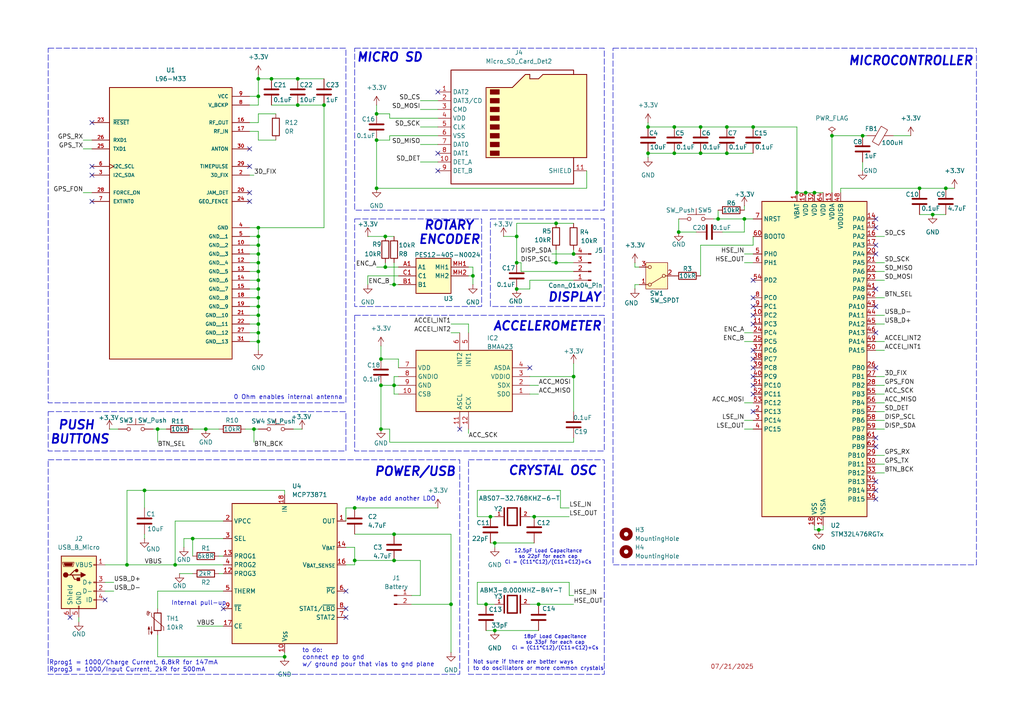
<source format=kicad_sch>
(kicad_sch (version 20250114) (generator "eeschema") (generator_version "9.0")
  (paper "A4")
  (rectangle (start 177.8 13.97) (end 283.21 163.83) (stroke (width 0) (type dash)))
  (rectangle (start 102.87 63.5) (end 139.7 88.9) (stroke (width 0) (type dash)))
  (rectangle (start 102.87 91.44) (end 175.26 130.81) (stroke (width 0) (type dash)))
  (rectangle (start 142.24 63.5) (end 175.26 88.9) (stroke (width 0) (type dash)))
  (rectangle (start 13.97 13.97) (end 100.33 116.84) (stroke (width 0) (type dash)))
  (rectangle (start 13.97 119.38) (end 100.33 130.81) (stroke (width 0) (type dash)))
  (rectangle (start 13.97 133.35) (end 133.35 195.58) (stroke (width 0) (type dash)))
  (rectangle (start 135.89 133.35) (end 175.26 195.58) (stroke (width 0) (type dash)))
  (rectangle (start 102.87 13.97) (end 175.26 60.96) (stroke (width 0) (type dash)))
  (text "MICRO SD" (at 113.03 16.764 0) (effects (font (size 2.54 2.54) (thickness 0.508) (bold yes) (italic yes))))
  (text "18pF Load Capacitance\nso 33pF for each cap\nCl = (C11*C12)/(C11+C12)+Cs" (at 161.036 186.436 0) (effects (font (size 1.016 1.016))))
  (text "ROTARY \nENCODER" (at 139.446 67.564 0) (effects (font (size 2.54 2.54) (thickness 0.508) (bold yes) (italic yes)) (justify right)))
  (text "CRYSTAL OSC" (at 160.274 136.652 0) (effects (font (size 2.54 2.54) (thickness 0.508) (bold yes) (italic yes))))
  (text "0 Ohm enables internal antenna" (at 83.566 115.316 0) (effects (font (size 1.27 1.27))))
  (text "POWER/USB\n" (at 120.396 136.906 0) (effects (font (size 2.54 2.54) (thickness 0.508) (bold yes) (italic yes))))
  (text "12.5pF Load Capacitance\nso 22pF for each cap\nCl = (C11*C12)/(C11+C12)+Cs" (at 159.004 161.544 0) (effects (font (size 1.016 1.016))))
  (text "DISPLAY" (at 166.624 86.36 0) (effects (font (size 2.54 2.54) (thickness 0.508) (bold yes) (italic yes))))
  (text "Internal pull-up" (at 57.658 175.006 0) (effects (font (size 1.27 1.27))))
  (text "Rprog1 = 1000/Charge Current, 6.8kR for 147mA\nRprog3 = 1000/Input Current, 2kR for 500mA" (at 14.224 193.294 0) (effects (font (size 1.27 1.27)) (justify left)))
  (text "PUSH \nBUTTONS" (at 23.114 125.476 0) (effects (font (size 2.54 2.54) (thickness 0.508) (bold yes) (italic yes))))
  (text "MICROCONTROLLER" (at 264.16 17.78 0) (effects (font (size 2.54 2.54) (thickness 0.508) (bold yes) (italic yes))))
  (text "07/21/2025" (at 212.344 193.548 0) (effects (font (size 1.27 1.27))))
  (text "to do:\nconnect ep to gnd \nw/ ground pour that vias to gnd plane" (at 87.63 193.548 0) (effects (font (size 1.27 1.27)) (justify left bottom)))
  (text "Not sure if there are better ways \nto do oscillators or more common crystals" (at 137.16 193.04 0) (effects (font (size 1.143 1.143)) (justify left)))
  (text "ACCELEROMETER\n" (at 158.75 94.742 0) (effects (font (size 2.54 2.54) (thickness 0.508) (bold yes) (italic yes))))
  (text "Maybe add another LDO" (at 114.808 144.78 0) (effects (font (size 1.27 1.27) (thickness 0.1588))))
  (junction (at 110.49 124.46))
  (junction (at 74.93 68.58))
  (junction (at 142.24 149.86))
  (junction (at 241.3 39.37))
  (junction (at 86.36 30.48))
  (junction (at 93.98 30.48))
  (junction (at 208.28 63.5))
  (junction (at 110.49 104.14))
  (junction (at 73.66 124.46))
  (junction (at 114.3 154.94))
  (junction (at 149.86 83.82))
  (junction (at 74.93 81.28))
  (junction (at 210.82 44.45))
  (junction (at 55.88 156.21))
  (junction (at 82.55 190.5))
  (junction (at 161.29 76.2))
  (junction (at 137.16 80.01))
  (junction (at 166.37 73.66))
  (junction (at 74.93 93.98))
  (junction (at 274.32 54.61))
  (junction (at 203.2 44.45))
  (junction (at 78.74 22.86))
  (junction (at 195.58 44.45))
  (junction (at 210.82 36.83))
  (junction (at 74.93 96.52))
  (junction (at 74.93 91.44))
  (junction (at 74.93 73.66))
  (junction (at 50.8 163.83))
  (junction (at 109.22 33.02))
  (junction (at 41.91 142.24))
  (junction (at 250.19 39.37))
  (junction (at 111.76 77.47))
  (junction (at 140.97 175.26))
  (junction (at 203.2 36.83))
  (junction (at 270.51 62.23))
  (junction (at 74.93 86.36))
  (junction (at 166.37 109.22))
  (junction (at 218.44 36.83))
  (junction (at 236.22 55.88))
  (junction (at 195.58 36.83))
  (junction (at 45.72 124.46))
  (junction (at 74.93 71.12))
  (junction (at 231.14 55.88))
  (junction (at 215.9 63.5))
  (junction (at 154.94 149.86))
  (junction (at 74.93 76.2))
  (junction (at 74.93 66.04))
  (junction (at 74.93 83.82))
  (junction (at 59.69 124.46))
  (junction (at 74.93 22.86))
  (junction (at 187.96 36.83))
  (junction (at 74.93 88.9))
  (junction (at 233.68 55.88))
  (junction (at 109.22 54.61))
  (junction (at 102.87 147.32))
  (junction (at 74.93 99.06))
  (junction (at 86.36 22.86))
  (junction (at 102.87 162.56))
  (junction (at 196.85 67.31))
  (junction (at 149.86 76.2))
  (junction (at 237.49 153.67))
  (junction (at 111.76 68.58))
  (junction (at 187.96 44.45))
  (junction (at 149.86 68.58))
  (junction (at 114.3 162.56))
  (junction (at 130.81 175.26))
  (junction (at 143.51 157.48))
  (junction (at 110.49 111.76))
  (junction (at 109.22 40.64))
  (junction (at 74.93 78.74))
  (junction (at 143.51 182.88))
  (junction (at 114.3 111.76))
  (junction (at 266.7 54.61))
  (junction (at 161.29 64.77))
  (junction (at 36.83 163.83))
  (junction (at 114.3 82.55))
  (junction (at 156.21 175.26))
  (junction (at 74.93 27.94))
  (no_connect (at 218.44 104.14))
  (no_connect (at 218.44 111.76))
  (no_connect (at 133.35 124.46))
  (no_connect (at 254 71.12))
  (no_connect (at 254 66.04))
  (no_connect (at 218.44 91.44))
  (no_connect (at 100.33 176.53))
  (no_connect (at 153.67 106.68))
  (no_connect (at 218.44 109.22))
  (no_connect (at 254 139.7))
  (no_connect (at 218.44 86.36))
  (no_connect (at 26.67 35.56))
  (no_connect (at 100.33 179.07))
  (no_connect (at 72.39 58.42))
  (no_connect (at 218.44 81.28))
  (no_connect (at 218.44 88.9))
  (no_connect (at 72.39 43.18))
  (no_connect (at 218.44 114.3))
  (no_connect (at 26.67 48.26))
  (no_connect (at 20.32 179.07))
  (no_connect (at 254 96.52))
  (no_connect (at 254 127))
  (no_connect (at 254 142.24))
  (no_connect (at 127 44.45))
  (no_connect (at 254 83.82))
  (no_connect (at 218.44 101.6))
  (no_connect (at 254 73.66))
  (no_connect (at 254 144.78))
  (no_connect (at 127 49.53))
  (no_connect (at 254 129.54))
  (no_connect (at 26.67 50.8))
  (no_connect (at 218.44 119.38))
  (no_connect (at 100.33 171.45))
  (no_connect (at 72.39 55.88))
  (no_connect (at 26.67 58.42))
  (no_connect (at 218.44 106.68))
  (no_connect (at 218.44 93.98))
  (no_connect (at 64.77 176.53))
  (no_connect (at 254 106.68))
  (no_connect (at 127 26.67))
  (no_connect (at 72.39 48.26))
  (no_connect (at 254 88.9))
  (no_connect (at 30.48 173.99))
  (no_connect (at 254 63.5))
  (wire (pts (xy 215.9 73.66) (xy 218.44 73.66)))
  (wire (pts (xy 113.03 82.55) (xy 114.3 82.55)))
  (wire (pts (xy 196.85 63.5) (xy 196.85 67.31)))
  (wire (pts (xy 161.29 76.2) (xy 166.37 76.2)))
  (wire (pts (xy 100.33 147.32) (xy 102.87 147.32)))
  (wire (pts (xy 44.45 124.46) (xy 45.72 124.46)))
  (wire (pts (xy 111.76 76.2) (xy 111.76 77.47)))
  (wire (pts (xy 72.39 88.9) (xy 74.93 88.9)))
  (wire (pts (xy 121.92 41.91) (xy 127 41.91)))
  (wire (pts (xy 256.54 86.36) (xy 254 86.36)))
  (wire (pts (xy 215.9 67.31) (xy 215.9 63.5)))
  (wire (pts (xy 195.58 44.45) (xy 203.2 44.45)))
  (wire (pts (xy 196.85 67.31) (xy 201.93 67.31)))
  (wire (pts (xy 162.56 147.32) (xy 162.56 142.24)))
  (wire (pts (xy 45.72 184.15) (xy 45.72 190.5)))
  (wire (pts (xy 72.39 99.06) (xy 74.93 99.06)))
  (wire (pts (xy 73.66 124.46) (xy 73.66 128.27)))
  (wire (pts (xy 256.54 116.84) (xy 254 116.84)))
  (wire (pts (xy 243.84 54.61) (xy 243.84 55.88)))
  (wire (pts (xy 72.39 96.52) (xy 74.93 96.52)))
  (wire (pts (xy 250.19 39.37) (xy 251.46 39.37)))
  (wire (pts (xy 259.08 39.37) (xy 264.16 39.37)))
  (wire (pts (xy 57.15 181.61) (xy 64.77 181.61)))
  (wire (pts (xy 111.76 68.58) (xy 114.3 68.58)))
  (wire (pts (xy 256.54 109.22) (xy 254 109.22)))
  (wire (pts (xy 72.39 71.12) (xy 74.93 71.12)))
  (wire (pts (xy 166.37 72.39) (xy 166.37 73.66)))
  (wire (pts (xy 256.54 121.92) (xy 254 121.92)))
  (wire (pts (xy 256.54 124.46) (xy 254 124.46)))
  (wire (pts (xy 154.94 149.86) (xy 165.1 149.86)))
  (wire (pts (xy 24.13 55.88) (xy 26.67 55.88)))
  (wire (pts (xy 266.7 62.23) (xy 270.51 62.23)))
  (wire (pts (xy 195.58 36.83) (xy 203.2 36.83)))
  (wire (pts (xy 114.3 109.22) (xy 115.57 109.22)))
  (wire (pts (xy 166.37 128.27) (xy 113.03 128.27)))
  (wire (pts (xy 78.74 30.48) (xy 86.36 30.48)))
  (wire (pts (xy 187.96 44.45) (xy 195.58 44.45)))
  (wire (pts (xy 41.91 142.24) (xy 82.55 142.24)))
  (wire (pts (xy 256.54 81.28) (xy 254 81.28)))
  (wire (pts (xy 24.13 43.18) (xy 26.67 43.18)))
  (wire (pts (xy 149.86 68.58) (xy 149.86 76.2)))
  (wire (pts (xy 218.44 36.83) (xy 231.14 36.83)))
  (wire (pts (xy 233.68 55.88) (xy 236.22 55.88)))
  (wire (pts (xy 236.22 152.4) (xy 236.22 153.67)))
  (wire (pts (xy 135.89 125.73) (xy 135.89 124.46)))
  (wire (pts (xy 22.86 179.07) (xy 22.86 180.34)))
  (wire (pts (xy 33.02 171.45) (xy 30.48 171.45)))
  (wire (pts (xy 82.55 142.24) (xy 82.55 143.51)))
  (wire (pts (xy 115.57 104.14) (xy 115.57 106.68)))
  (wire (pts (xy 166.37 81.28) (xy 153.67 81.28)))
  (wire (pts (xy 73.66 124.46) (xy 74.93 124.46)))
  (wire (pts (xy 33.02 168.91) (xy 30.48 168.91)))
  (wire (pts (xy 114.3 111.76) (xy 114.3 114.3)))
  (wire (pts (xy 106.68 80.01) (xy 115.57 80.01)))
  (wire (pts (xy 153.67 81.28) (xy 153.67 83.82)))
  (wire (pts (xy 72.39 83.82) (xy 74.93 83.82)))
  (wire (pts (xy 111.76 77.47) (xy 115.57 77.47)))
  (wire (pts (xy 106.68 80.01) (xy 106.68 82.55)))
  (wire (pts (xy 53.34 156.21) (xy 53.34 158.75)))
  (wire (pts (xy 160.02 73.66) (xy 166.37 73.66)))
  (wire (pts (xy 113.03 39.37) (xy 113.03 40.64)))
  (wire (pts (xy 72.39 66.04) (xy 74.93 66.04)))
  (wire (pts (xy 218.44 68.58) (xy 218.44 71.12)))
  (wire (pts (xy 121.92 31.75) (xy 127 31.75)))
  (wire (pts (xy 74.93 66.04) (xy 74.93 68.58)))
  (wire (pts (xy 113.03 33.02) (xy 109.22 33.02)))
  (wire (pts (xy 231.14 55.88) (xy 233.68 55.88)))
  (wire (pts (xy 71.12 124.46) (xy 73.66 124.46)))
  (wire (pts (xy 113.03 40.64) (xy 109.22 40.64)))
  (wire (pts (xy 114.3 82.55) (xy 115.57 82.55)))
  (wire (pts (xy 256.54 101.6) (xy 254 101.6)))
  (wire (pts (xy 102.87 147.32) (xy 127 147.32)))
  (wire (pts (xy 74.93 96.52) (xy 74.93 99.06)))
  (wire (pts (xy 130.81 175.26) (xy 130.81 189.23)))
  (wire (pts (xy 142.24 157.48) (xy 143.51 157.48)))
  (wire (pts (xy 256.54 134.62) (xy 254 134.62)))
  (wire (pts (xy 130.81 96.52) (xy 133.35 96.52)))
  (wire (pts (xy 36.83 163.83) (xy 50.8 163.83)))
  (wire (pts (xy 165.1 172.72) (xy 166.37 172.72)))
  (wire (pts (xy 80.01 33.02) (xy 74.93 33.02)))
  (wire (pts (xy 55.88 156.21) (xy 55.88 161.29)))
  (wire (pts (xy 215.9 99.06) (xy 218.44 99.06)))
  (wire (pts (xy 86.36 30.48) (xy 93.98 30.48)))
  (wire (pts (xy 85.09 124.46) (xy 87.63 124.46)))
  (wire (pts (xy 156.21 175.26) (xy 166.37 175.26)))
  (wire (pts (xy 256.54 78.74) (xy 254 78.74)))
  (wire (pts (xy 236.22 55.88) (xy 238.76 55.88)))
  (wire (pts (xy 121.92 162.56) (xy 121.92 172.72)))
  (wire (pts (xy 208.28 63.5) (xy 215.9 63.5)))
  (wire (pts (xy 274.32 54.61) (xy 276.86 54.61)))
  (wire (pts (xy 238.76 153.67) (xy 237.49 153.67)))
  (wire (pts (xy 170.18 54.61) (xy 170.18 49.53)))
  (wire (pts (xy 121.92 36.83) (xy 127 36.83)))
  (wire (pts (xy 256.54 111.76) (xy 254 111.76)))
  (wire (pts (xy 151.13 78.74) (xy 151.13 76.2)))
  (wire (pts (xy 153.67 175.26) (xy 156.21 175.26)))
  (wire (pts (xy 210.82 44.45) (xy 218.44 44.45)))
  (wire (pts (xy 121.92 29.21) (xy 127 29.21)))
  (wire (pts (xy 153.67 83.82) (xy 149.86 83.82)))
  (wire (pts (xy 100.33 147.32) (xy 100.33 151.13)))
  (wire (pts (xy 102.87 154.94) (xy 114.3 154.94)))
  (wire (pts (xy 114.3 76.2) (xy 114.3 82.55)))
  (wire (pts (xy 109.22 77.47) (xy 111.76 77.47)))
  (wire (pts (xy 113.03 128.27) (xy 113.03 124.46)))
  (wire (pts (xy 256.54 119.38) (xy 254 119.38)))
  (wire (pts (xy 109.22 40.64) (xy 109.22 54.61)))
  (wire (pts (xy 135.89 93.98) (xy 130.81 93.98)))
  (wire (pts (xy 102.87 162.56) (xy 114.3 162.56)))
  (wire (pts (xy 74.93 71.12) (xy 74.93 73.66)))
  (wire (pts (xy 143.51 182.88) (xy 156.21 182.88)))
  (wire (pts (xy 138.43 175.26) (xy 138.43 168.91)))
  (wire (pts (xy 106.68 68.58) (xy 111.76 68.58)))
  (wire (pts (xy 74.93 21.59) (xy 74.93 22.86)))
  (wire (pts (xy 113.03 34.29) (xy 127 34.29)))
  (wire (pts (xy 114.3 109.22) (xy 114.3 111.76)))
  (wire (pts (xy 45.72 171.45) (xy 45.72 176.53)))
  (wire (pts (xy 256.54 114.3) (xy 254 114.3)))
  (wire (pts (xy 74.93 88.9) (xy 74.93 91.44)))
  (wire (pts (xy 187.96 36.83) (xy 195.58 36.83)))
  (wire (pts (xy 209.55 67.31) (xy 215.9 67.31)))
  (wire (pts (xy 135.89 96.52) (xy 135.89 93.98)))
  (wire (pts (xy 74.93 22.86) (xy 78.74 22.86)))
  (wire (pts (xy 110.49 100.33) (xy 110.49 104.14)))
  (wire (pts (xy 184.15 77.47) (xy 184.15 76.2)))
  (wire (pts (xy 100.33 158.75) (xy 102.87 158.75)))
  (wire (pts (xy 215.9 124.46) (xy 218.44 124.46)))
  (wire (pts (xy 151.13 78.74) (xy 166.37 78.74)))
  (wire (pts (xy 74.93 78.74) (xy 74.93 81.28)))
  (wire (pts (xy 110.49 104.14) (xy 115.57 104.14)))
  (wire (pts (xy 74.93 73.66) (xy 74.93 76.2)))
  (wire (pts (xy 130.81 154.94) (xy 130.81 175.26)))
  (wire (pts (xy 45.72 190.5) (xy 82.55 190.5)))
  (wire (pts (xy 250.19 46.99) (xy 250.19 49.53)))
  (wire (pts (xy 135.89 80.01) (xy 137.16 80.01)))
  (wire (pts (xy 72.39 78.74) (xy 74.93 78.74)))
  (wire (pts (xy 137.16 80.01) (xy 137.16 77.47)))
  (wire (pts (xy 185.42 82.55) (xy 184.15 82.55)))
  (wire (pts (xy 215.9 59.69) (xy 215.9 60.96)))
  (wire (pts (xy 121.92 172.72) (xy 119.38 172.72)))
  (wire (pts (xy 30.48 163.83) (xy 36.83 163.83)))
  (wire (pts (xy 50.8 151.13) (xy 64.77 151.13)))
  (wire (pts (xy 160.02 76.2) (xy 161.29 76.2)))
  (wire (pts (xy 45.72 171.45) (xy 64.77 171.45)))
  (wire (pts (xy 110.49 124.46) (xy 113.03 124.46)))
  (wire (pts (xy 149.86 68.58) (xy 149.86 64.77)))
  (wire (pts (xy 161.29 72.39) (xy 161.29 76.2)))
  (wire (pts (xy 215.9 76.2) (xy 218.44 76.2)))
  (wire (pts (xy 208.28 60.96) (xy 208.28 63.5)))
  (wire (pts (xy 113.03 34.29) (xy 113.03 33.02)))
  (wire (pts (xy 256.54 132.08) (xy 254 132.08)))
  (wire (pts (xy 140.97 175.26) (xy 138.43 175.26)))
  (wire (pts (xy 72.39 27.94) (xy 74.93 27.94)))
  (wire (pts (xy 236.22 153.67) (xy 237.49 153.67)))
  (wire (pts (xy 109.22 54.61) (xy 170.18 54.61)))
  (wire (pts (xy 256.54 91.44) (xy 254 91.44)))
  (wire (pts (xy 52.07 166.37) (xy 55.88 166.37)))
  (wire (pts (xy 74.93 83.82) (xy 74.93 86.36)))
  (wire (pts (xy 73.66 50.8) (xy 72.39 50.8)))
  (wire (pts (xy 162.56 142.24) (xy 138.43 142.24)))
  (wire (pts (xy 114.3 111.76) (xy 115.57 111.76)))
  (wire (pts (xy 86.36 22.86) (xy 93.98 22.86)))
  (wire (pts (xy 243.84 54.61) (xy 266.7 54.61)))
  (wire (pts (xy 93.98 66.04) (xy 93.98 30.48)))
  (wire (pts (xy 114.3 154.94) (xy 130.81 154.94)))
  (wire (pts (xy 64.77 163.83) (xy 50.8 163.83)))
  (wire (pts (xy 185.42 77.47) (xy 184.15 77.47)))
  (wire (pts (xy 270.51 62.23) (xy 274.32 62.23)))
  (wire (pts (xy 156.21 111.76) (xy 153.67 111.76)))
  (wire (pts (xy 63.5 161.29) (xy 64.77 161.29)))
  (wire (pts (xy 142.24 149.86) (xy 143.51 149.86)))
  (wire (pts (xy 74.93 93.98) (xy 74.93 96.52)))
  (wire (pts (xy 72.39 30.48) (xy 74.93 30.48)))
  (wire (pts (xy 74.93 40.64) (xy 80.01 40.64)))
  (wire (pts (xy 110.49 111.76) (xy 114.3 111.76)))
  (wire (pts (xy 143.51 158.75) (xy 143.51 157.48)))
  (wire (pts (xy 140.97 182.88) (xy 143.51 182.88)))
  (wire (pts (xy 102.87 162.56) (xy 102.87 163.83)))
  (wire (pts (xy 153.67 149.86) (xy 154.94 149.86)))
  (wire (pts (xy 72.39 93.98) (xy 74.93 93.98)))
  (wire (pts (xy 140.97 175.26) (xy 143.51 175.26)))
  (wire (pts (xy 256.54 137.16) (xy 254 137.16)))
  (wire (pts (xy 256.54 68.58) (xy 254 68.58)))
  (wire (pts (xy 41.91 142.24) (xy 36.83 142.24)))
  (wire (pts (xy 207.01 63.5) (xy 208.28 63.5)))
  (wire (pts (xy 78.74 22.86) (xy 86.36 22.86)))
  (wire (pts (xy 153.67 114.3) (xy 156.21 114.3)))
  (wire (pts (xy 187.96 35.56) (xy 187.96 36.83)))
  (wire (pts (xy 114.3 162.56) (xy 121.92 162.56)))
  (wire (pts (xy 45.72 128.27) (xy 45.72 124.46)))
  (wire (pts (xy 165.1 147.32) (xy 162.56 147.32)))
  (wire (pts (xy 215.9 116.84) (xy 218.44 116.84)))
  (wire (pts (xy 203.2 36.83) (xy 210.82 36.83)))
  (wire (pts (xy 113.03 39.37) (xy 127 39.37)))
  (wire (pts (xy 74.93 35.56) (xy 72.39 35.56)))
  (wire (pts (xy 102.87 158.75) (xy 102.87 162.56)))
  (wire (pts (xy 109.22 30.48) (xy 109.22 33.02)))
  (wire (pts (xy 74.93 38.1) (xy 74.93 40.64)))
  (wire (pts (xy 41.91 156.21) (xy 41.91 154.94)))
  (wire (pts (xy 74.93 66.04) (xy 93.98 66.04)))
  (wire (pts (xy 203.2 71.12) (xy 203.2 80.01)))
  (wire (pts (xy 210.82 36.83) (xy 218.44 36.83)))
  (wire (pts (xy 166.37 119.38) (xy 166.37 109.22)))
  (wire (pts (xy 102.87 163.83) (xy 100.33 163.83)))
  (wire (pts (xy 72.39 68.58) (xy 74.93 68.58)))
  (wire (pts (xy 153.67 109.22) (xy 166.37 109.22)))
  (wire (pts (xy 59.69 124.46) (xy 63.5 124.46)))
  (wire (pts (xy 241.3 39.37) (xy 241.3 55.88)))
  (wire (pts (xy 55.88 156.21) (xy 64.77 156.21)))
  (wire (pts (xy 203.2 71.12) (xy 218.44 71.12)))
  (wire (pts (xy 63.5 166.37) (xy 64.77 166.37)))
  (wire (pts (xy 74.93 27.94) (xy 74.93 30.48)))
  (wire (pts (xy 72.39 76.2) (xy 74.93 76.2)))
  (wire (pts (xy 151.13 76.2) (xy 149.86 76.2)))
  (wire (pts (xy 166.37 105.41) (xy 166.37 109.22)))
  (wire (pts (xy 138.43 149.86) (xy 138.43 142.24)))
  (wire (pts (xy 149.86 64.77) (xy 161.29 64.77)))
  (wire (pts (xy 53.34 156.21) (xy 55.88 156.21)))
  (wire (pts (xy 238.76 152.4) (xy 238.76 153.67)))
  (wire (pts (xy 215.9 63.5) (xy 218.44 63.5)))
  (wire (pts (xy 72.39 38.1) (xy 74.93 38.1)))
  (wire (pts (xy 187.96 44.45) (xy 187.96 45.72)))
  (wire (pts (xy 74.93 22.86) (xy 74.93 27.94)))
  (wire (pts (xy 82.55 189.23) (xy 82.55 190.5)))
  (wire (pts (xy 72.39 91.44) (xy 74.93 91.44)))
  (wire (pts (xy 110.49 124.46) (xy 110.49 111.76)))
  (wire (pts (xy 231.14 36.83) (xy 231.14 55.88)))
  (wire (pts (xy 203.2 44.45) (xy 210.82 44.45)))
  (wire (pts (xy 165.1 168.91) (xy 165.1 172.72)))
  (wire (pts (xy 74.93 99.06) (xy 74.93 101.6)))
  (wire (pts (xy 74.93 91.44) (xy 74.93 93.98)))
  (wire (pts (xy 119.38 175.26) (xy 130.81 175.26)))
  (wire (pts (xy 74.93 33.02) (xy 74.93 35.56)))
  (wire (pts (xy 137.16 77.47) (xy 135.89 77.47)))
  (wire (pts (xy 74.93 68.58) (xy 74.93 71.12)))
  (wire (pts (xy 24.13 40.64) (xy 26.67 40.64)))
  (wire (pts (xy 241.3 39.37) (xy 250.19 39.37)))
  (wire (pts (xy 215.9 121.92) (xy 218.44 121.92)))
  (wire (pts (xy 74.93 76.2) (xy 74.93 78.74)))
  (wire (pts (xy 74.93 81.28) (xy 74.93 83.82)))
  (wire (pts (xy 143.51 157.48) (xy 154.94 157.48)))
  (wire (pts (xy 161.29 64.77) (xy 166.37 64.77)))
  (wire (pts (xy 48.26 124.46) (xy 45.72 124.46)))
  (wire (pts (xy 55.88 124.46) (xy 59.69 124.46)))
  (wire (pts (xy 256.54 99.06) (xy 254 99.06)))
  (wire (pts (xy 215.9 96.52) (xy 218.44 96.52)))
  (wire (pts (xy 266.7 54.61) (xy 274.32 54.61)))
  (wire (pts (xy 36.83 142.24) (xy 36.83 163.83)))
  (wire (pts (xy 256.54 93.98) (xy 254 93.98)))
  (wire (pts (xy 256.54 76.2) (xy 254 76.2)))
  (wire (pts (xy 31.75 124.46) (xy 34.29 124.46)))
  (wire (pts (xy 72.39 81.28) (xy 74.93 81.28)))
  (wire (pts (xy 41.91 142.24) (xy 41.91 147.32)))
  (wire (pts (xy 114.3 114.3) (xy 115.57 114.3)))
  (wire (pts (xy 72.39 86.36) (xy 74.93 86.36)))
  (wire (pts (xy 121.92 46.99) (xy 127 46.99)))
  (wire (pts (xy 146.05 68.58) (xy 149.86 68.58)))
  (wire (pts (xy 184.15 82.55) (xy 184.15 83.82)))
  (wire (pts (xy 137.16 82.55) (xy 137.16 80.01)))
  (wire (pts (xy 166.37 127) (xy 166.37 128.27)))
  (wire (pts (xy 74.93 86.36) (xy 74.93 88.9)))
  (wire (pts (xy 50.8 163.83) (xy 50.8 151.13)))
  (wire (pts (xy 138.43 149.86) (xy 142.24 149.86)))
  (wire (pts (xy 72.39 73.66) (xy 74.93 73.66)))
  (wire (pts (xy 138.43 168.91) (xy 165.1 168.91)))
  (label "ACCEl_INT2" (at 130.81 96.52 180))
  (label "USB_D+" (at 33.02 168.91 0))
  (label "SD_MISO" (at 256.54 78.74 0))
  (label "GPS_TX" (at 256.54 134.62 0))
  (label "ACC_SCK" (at 135.89 125.73 0))
  (label "SD_SCK" (at 121.92 36.83 180))
  (label "GPS_RX" (at 256.54 132.08 0))
  (label "VBUS" (at 57.15 181.61 0))
  (label "LSE_IN" (at 165.1 147.32 0))
  (label "SD_DET" (at 121.92 46.99 180))
  (label "BTN_SEL" (at 256.54 86.36 0))
  (label "GPS_RX" (at 24.13 40.64 180))
  (label "SD_DET" (at 256.54 119.38 0))
  (label "SD_MOSI" (at 256.54 81.28 0))
  (label "ENC_B" (at 215.9 99.06 180))
  (label "DISP_SDA" (at 256.54 124.46 0))
  (label "3D_FIX" (at 256.54 109.22 0))
  (label "USB_D-" (at 33.02 171.45 0))
  (label "ENC_A" (at 109.22 77.47 180))
  (label "LSE_OUT" (at 165.1 149.86 0))
  (label "HSE_IN" (at 166.37 172.72 0))
  (label "LSE_IN" (at 215.9 121.92 180))
  (label "ACC_MISO" (at 156.21 114.3 0))
  (label "LSE_OUT" (at 215.9 124.46 180))
  (label "GPS_FON" (at 256.54 111.76 0))
  (label "SD_CS" (at 256.54 68.58 0))
  (label "BTN_SEL" (at 45.72 128.27 0))
  (label "SD_MOSI" (at 121.92 31.75 180))
  (label "ACC_SCK" (at 256.54 114.3 0))
  (label "USB_D-" (at 256.54 91.44 0))
  (label "ACCEl_INT1" (at 256.54 101.6 0))
  (label "ACC_MOSI" (at 215.9 116.84 180))
  (label "HSE_OUT" (at 166.37 175.26 0))
  (label "ACCEl_INT1" (at 130.81 93.98 180))
  (label "BTN_BCK" (at 73.66 128.27 0))
  (label "ACC_MOSI" (at 156.21 111.76 0))
  (label "DISP_SCL" (at 160.02 76.2 180))
  (label "BTN_BCK" (at 256.54 137.16 0))
  (label "HSE_OUT" (at 215.9 76.2 180))
  (label "USB_D+" (at 256.54 93.98 0))
  (label "DISP_SCL" (at 256.54 121.92 0))
  (label "SD_CS" (at 121.92 29.21 180))
  (label "VBUS" (at 41.91 163.83 0))
  (label "3D_FIX" (at 73.66 50.8 0))
  (label "ENC_A" (at 215.9 96.52 180))
  (label "ACCEl_INT2" (at 256.54 99.06 0))
  (label "DISP_SDA" (at 160.02 73.66 180))
  (label "ACC_MISO" (at 256.54 116.84 0))
  (label "GPS_TX" (at 24.13 43.18 180))
  (label "GPS_FON" (at 24.13 55.88 180))
  (label "HSE_IN" (at 215.9 73.66 180))
  (label "SD_SCK" (at 256.54 76.2 0))
  (label "ENC_B" (at 113.03 82.55 180))
  (label "SD_MISO" (at 121.92 41.91 180))
  (symbol (lib_id "power:+3.3V") (at 276.86 54.61 0) (unit 1)
    (property "Reference" "#PWR010" (effects (hide yes)))
    (property "Value" "+3.3V" (at 276.86 49.53 0))
    (property "Description" "Power symbol creates a global label with name \"+3.3V\"" (effects (hide yes)))
  )
  (symbol (lib_id "Device:C") (at 203.2 40.64 0) (unit 1)
    (property "Reference" "C6" (at 203.454 38.608 0) (effects (justify left)))
    (property "Value" "0.1uF" (at 203.708 42.672 0) (effects (justify left)))
    (property "Footprint" "Capacitor_SMD:C_0402_1005Metric" (effects (hide yes)))
    (property "Description" "Unpolarized capacitor" (effects (hide yes)))
  )
  (symbol (lib_id "Device:R") (at 161.29 68.58 0) (unit 1)
    (property "Reference" "R5" (at 157.226 67.056 0) (effects (justify left)))
    (property "Value" "10kR" (at 154.94 69.596 0) (effects (justify left)))
    (property "Footprint" "Resistor_SMD:R_0402_1005Metric" (effects (hide yes)))
    (property "Description" "Resistor" (effects (hide yes)))
  )
  (symbol (lib_id "Device:R") (at 199.39 80.01 90) (unit 1)
    (property "Reference" "R3" (at 199.39 77.978 90))
    (property "Value" "10kR" (at 199.39 80.01 90))
    (property "Footprint" "Resistor_SMD:R_0402_1005Metric" (effects (hide yes)))
    (property "Description" "Resistor" (effects (hide yes)))
  )
  (symbol (lib_id "Device:C") (at 114.3 158.75 0) (unit 1)
    (property "Reference" "C3" (at 108.204 158.75 0) (effects (justify left)))
    (property "Value" "4.7uF" (at 108.204 161.29 0) (effects (justify left)))
    (property "Footprint" "Capacitor_SMD:C_0603_1608Metric" (effects (hide yes)))
    (property "Description" "Unpolarized capacitor" (effects (hide yes)))
  )
  (symbol (lib_id "power:GND") (at 149.86 83.82 0) (unit 1)
    (property "Reference" "#PWR022" (effects (hide yes)))
    (property "Value" "GND" (at 149.606 87.376 0))
    (property "Description" "Power symbol creates a global label with name \"GND\" , ground" (effects (hide yes)))
  )
  (symbol (lib_id "power:+3.3V") (at 74.93 21.59 0) (unit 1)
    (property "Reference" "#PWR031" (effects (hide yes)))
    (property "Value" "+3.3V" (at 74.93 16.51 0))
    (property "Description" "Power symbol creates a global label with name \"+3.3V\"" (effects (hide yes)))
  )
  (symbol (lib_id "Device:C") (at 195.58 40.64 0) (unit 1)
    (property "Reference" "C5" (at 195.834 38.608 0) (effects (justify left)))
    (property "Value" "0.1uF" (at 196.088 42.672 0) (effects (justify left)))
    (property "Footprint" "Capacitor_SMD:C_0402_1005Metric" (effects (hide yes)))
    (property "Description" "Unpolarized capacitor" (effects (hide yes)))
  )
  (symbol (lib_id "power:+3.3V") (at 106.68 68.58 0) (unit 1)
    (property "Reference" "#PWR025" (effects (hide yes)))
    (property "Value" "+3.3V" (at 106.68 65.024 0))
    (property "Description" "Power symbol creates a global label with name \"+3.3V\"" (effects (hide yes)))
  )
  (symbol (lib_id "Device:R") (at 59.69 161.29 90) (unit 1)
    (property "Reference" "R1" (at 59.69 159.004 90))
    (property "Value" "6k8R" (at 59.69 161.29 90))
    (property "Footprint" "Resistor_SMD:R_0402_1005Metric" (effects (hide yes)))
    (property "Description" "Resistor" (effects (hide yes)))
  )
  (symbol (lib_id "Connector:USB_B_Micro") (at 22.86 168.91 0) (unit 1)
    (property "Reference" "J2" (at 22.86 156.21 0))
    (property "Value" "USB_B_Micro" (at 22.86 158.75 0))
    (property "Footprint" "Connector_USB:USB_Micro-B_Molex-105133-0001" (effects (hide yes)))
    (property "Description" "USB Micro Type B connector" (effects (hide yes)))
  )
  (symbol (lib_id "power:GND") (at 137.16 82.55 0) (unit 1)
    (property "Reference" "#PWR035" (effects (hide yes)))
    (property "Value" "GND" (at 137.16 87.63 0))
    (property "Description" "Power symbol creates a global label with name \"GND\" , ground" (effects (hide yes)))
  )
  (symbol (lib_id "Connector:Conn_01x04_Pin") (at 171.45 78.74 180) (unit 1)
    (property "Reference" "J5" (at 172.466 72.644 0) (effects (justify right)))
    (property "Value" "Conn_01x04_Pin" (at 159.004 82.804 0) (effects (justify right)))
    (property "Footprint" "Connector_PinHeader_2.54mm:PinHeader_1x04_P2.54mm_Vertical" (effects (hide yes)))
    (property "Description" "Generic connector, single row, 01x04, script generated" (effects (hide yes)))
  )
  (symbol (lib_id "Device:R") (at 59.69 166.37 90) (unit 1)
    (property "Reference" "R2" (at 59.69 168.91 90))
    (property "Value" "2kR" (at 59.436 166.37 90))
    (property "Footprint" "Resistor_SMD:R_0402_1005Metric" (effects (hide yes)))
    (property "Description" "Resistor" (effects (hide yes)))
  )
  (symbol (lib_id "power:+3.3V") (at 215.9 59.69 0) (unit 1)
    (property "Reference" "#PWR029" (effects (hide yes)))
    (property "Value" "+3.3V" (at 215.9 56.388 0))
    (property "Description" "Power symbol creates a global label with name \"+3.3V\"" (effects (hide yes)))
  )
  (symbol (lib_id "power:GND") (at 237.49 153.67 0) (unit 1)
    (property "Reference" "#PWR017" (effects (hide yes)))
    (property "Value" "GND" (at 237.49 158.75 0))
    (property "Description" "Power symbol creates a global label with name \"GND\" , ground" (effects (hide yes)))
  )
  (symbol (lib_id "Battery_Management:MCP73871") (at 82.55 166.37 0) (unit 1)
    (property "Reference" "U4" (at 84.6933 140.97 0) (effects (justify left)))
    (property "Value" "MCP73871" (at 84.6933 143.51 0) (effects (justify left)))
    (property "Footprint" "Package_DFN_QFN:QFN-20-1EP_4x4mm_P0.5mm_EP2.5x2.5mm" (effects (hide yes)))
    (property "Datasheet" "http://www.mouser.com/ds/2/268/22090a-52174.pdf" (effects (hide yes)))
    (property "Description" "Single cell, Li-Ion/Li-Po charge management controller" (effects (hide yes)))
  )
  (symbol (lib_id "power:GND") (at 52.07 166.37 0) (unit 1)
    (property "Reference" "#PWR05" (effects (hide yes)))
    (property "Value" "GND" (at 52.07 169.926 0))
    (property "Description" "Power symbol creates a global label with name \"GND\" , ground" (effects (hide yes)))
  )
  (symbol (lib_id "power:GND") (at 109.22 54.61 0) (unit 1)
    (property "Reference" "#PWR019" (effects (hide yes)))
    (property "Value" "GND" (at 109.22 59.69 0))
    (property "Description" "Power symbol creates a global label with name \"GND\" , ground" (effects (hide yes)))
  )
  (symbol (lib_id "power:GND") (at 110.49 124.46 0) (unit 1)
    (property "Reference" "#PWR024" (effects (hide yes)))
    (property "Value" "GND" (at 110.49 128.524 0))
    (property "Description" "Power symbol creates a global label with name \"GND\" , ground" (effects (hide yes)))
  )
  (symbol (lib_id "power:+3.3V") (at 31.75 124.46 0) (unit 1)
    (property "Reference" "#PWR026" (effects (hide yes)))
    (property "Value" "+3.3V" (at 31.496 121.158 0))
    (property "Description" "Power symbol creates a global label with name \"+3.3V\"" (effects (hide yes)))
  )
  (symbol (lib_id "Device:C") (at 109.22 36.83 0) (unit 1)
    (property "Reference" "C16" (at 104.902 34.544 0) (effects (justify left)))
    (property "Value" "0.1uF" (at 103.378 39.37 0) (effects (justify left)))
    (property "Footprint" "Capacitor_SMD:C_0402_1005Metric" (effects (hide yes)))
    (property "Description" "Unpolarized capacitor" (effects (hide yes)))
  )
  (symbol (lib_id "power:GND") (at 74.93 101.6 0) (unit 1)
    (property "Reference" "#PWR030" (effects (hide yes)))
    (property "Value" "GND" (at 74.93 106.68 0))
    (property "Description" "Power symbol creates a global label with name \"GND\" , ground" (effects (hide yes)))
  )
  (symbol (lib_id "Device:FerriteBead") (at 255.27 39.37 90) (unit 1)
    (property "Reference" "FB1" (at 252.73 37.338 90))
    (property "Value" "100uH" (at 258.826 41.402 90))
    (property "Footprint" "Inductor_SMD:L_0603_1608Metric" (effects (hide yes)))
    (property "Description" "Ferrite bead" (effects (hide yes)))
  )
  (symbol (lib_id "Device:C") (at 205.74 67.31 90) (unit 1)
    (property "Reference" "C20" (at 204.724 66.04 90) (effects (justify left)))
    (property "Value" "0.1uF" (at 212.09 66.04 90) (effects (justify left)))
    (property "Footprint" "Capacitor_SMD:C_0402_1005Metric" (effects (hide yes)))
    (property "Description" "Unpolarized capacitor" (effects (hide yes)))
  )
  (symbol (lib_id "BMA423:BMA423") (at 133.35 124.46 90) (unit 1)
    (property "Reference" "IC2" (at 141.224 98.044 90) (effects (justify right)))
    (property "Value" "BMA423" (at 141.224 100.584 90) (effects (justify right)))
    (property "Footprint" "Library:BMA423" (effects (hide yes)))
    (property "Datasheet" "https://www.mouser.com/datasheet/2/783/BST-BMA423-DS000-1509600.pdf" (effects (hide yes)))
    (property "Description" "Accelerometers Triaxial low-g 12bit Acceleration Sensor" (effects (hide yes)))
    (property "Height" "1" (effects (hide yes)))
    (property "Manufacturer_Name" "BOSCH" (effects (hide yes)))
    (property "Manufacturer_Part_Number" "BMA423" (effects (hide yes)))
    (property "Mouser Part Number" "262-BMA423" (effects (hide yes)))
    (property "Mouser Price/Stock" "https://www.mouser.co.uk/ProductDetail/Bosch-Sensortec/BMA423?qs=HXFqYaX1Q2xC%252BSgeGoX3mg%3D%3D" (effects (hide yes)))
    (property "Arrow Part Number" "BMA423" (effects (hide yes)))
    (property "Arrow Price/Stock" "https://www.arrow.com/en/products/bma423/bosch" (effects (hide yes)))
  )
  (symbol (lib_id "power:GND") (at 53.34 158.75 0) (unit 1)
    (property "Reference" "#PWR01" (effects (hide yes)))
    (property "Value" "GND" (at 53.34 162.306 0))
    (property "Description" "Power symbol creates a global label with name \"GND\" , ground" (effects (hide yes)))
  )
  (symbol (lib_id "Device:Thermistor_NTC") (at 45.72 180.34 0) (unit 1)
    (property "Reference" "TH1" (at 48.26 179.3874 0) (effects (justify left)))
    (property "Value" "10kR" (at 48.26 181.9274 0) (effects (justify left)))
    (property "Footprint" "Resistor_SMD:R_0402_1005Metric" (effects (hide yes)))
    (property "Description" "Temperature dependent resistor, negative temperature coefficient" (effects (hide yes)))
  )
  (symbol (lib_id "Mechanical:MountingHole") (at 181.61 154.94 0) (unit 1) (in_bom no)
    (property "Reference" "H3" (at 184.15 153.6699 0) (effects (justify left)))
    (property "Value" "MountingHole" (at 184.15 156.2099 0) (effects (justify left)))
    (property "Footprint" "MountingHole:MountingHole_2.2mm_M2" (effects (hide yes)))
    (property "Description" "Mounting Hole without connection" (effects (hide yes)))
  )
  (symbol (lib_id "power:+3.3V") (at 184.15 76.2 0) (unit 1)
    (property "Reference" "#PWR013" (effects (hide yes)))
    (property "Value" "+3.3V" (at 184.15 71.12 0))
    (property "Description" "Power symbol creates a global label with name \"+3.3V\"" (effects (hide yes)))
  )
  (symbol (lib_id "power:+3.3V") (at 264.16 39.37 0) (unit 1)
    (property "Reference" "#PWR09" (effects (hide yes)))
    (property "Value" "+3.3V" (at 264.16 34.29 0))
    (property "Description" "Power symbol creates a global label with name \"+3.3V\"" (effects (hide yes)))
  )
  (symbol (lib_id "Connector:Conn_01x02_Pin") (at 114.3 172.72 0) (unit 1)
    (property "Reference" "J1" (at 114.935 167.64 0))
    (property "Value" "Battery" (at 114.935 170.18 0))
    (property "Footprint" "Connector_JST:JST_PH_S2B-PH-K_1x02_P2.00mm_Horizontal" (effects (hide yes)))
    (property "Description" "Generic connector, single row, 01x02, script generated" (effects (hide yes)))
  )
  (symbol (lib_id "Device:C") (at 140.97 179.07 0) (unit 1)
    (property "Reference" "C13" (at 141.732 176.784 0) (effects (justify left)))
    (property "Value" "33pF" (at 142.494 181.356 0) (effects (justify left)))
    (property "Footprint" "Capacitor_SMD:C_0402_1005Metric" (effects (hide yes)))
    (property "Description" "Unpolarized capacitor" (effects (hide yes)))
  )
  (symbol (lib_id "Device:C") (at 250.19 43.18 0) (unit 1)
    (property "Reference" "C8" (at 247.396 41.148 0) (effects (justify left)))
    (property "Value" "1uF" (at 250.698 45.212 0) (effects (justify left)))
    (property "Footprint" "Capacitor_SMD:C_0402_1005Metric" (effects (hide yes)))
    (property "Description" "Unpolarized capacitor" (effects (hide yes)))
  )
  (symbol (lib_id "Connector:Micro_SD_Card_Det2") (at 149.86 36.83 0) (unit 1)
    (property "Reference" "J4" (at 150.495 15.24 0))
    (property "Value" "Micro_SD_Card_Det2" (at 150.495 17.78 0))
    (property "Footprint" "Connector_Card:microSD_HC_Hirose_DM3BT-DSF-PEJS" (effects (hide yes)))
    (property "Datasheet" "https://www.hirose.com/en/product/document?clcode=&productname=&series=DM3&documenttype=Catalog&lang=en&documentid=D49662_en" (effects (hide yes)))
    (property "Description" "Micro SD Card Socket with two card detection pins" (effects (hide yes)))
  )
  (symbol (lib_id "Device:C") (at 102.87 151.13 0) (unit 1)
    (property "Reference" "C2" (at 106.68 149.8599 0) (effects (justify left)))
    (property "Value" "4.7uF" (at 106.68 152.3999 0) (effects (justify left)))
    (property "Footprint" "Capacitor_SMD:C_0603_1608Metric" (effects (hide yes)))
    (property "Description" "Unpolarized capacitor" (effects (hide yes)))
  )
  (symbol (lib_id "power:GND") (at 22.86 180.34 0) (unit 1)
    (property "Reference" "#PWR07" (effects (hide yes)))
    (property "Value" "GND" (at 22.86 183.896 0))
    (property "Description" "Power symbol creates a global label with name \"GND\" , ground" (effects (hide yes)))
  )
  (symbol (lib_id "power:+3.3V") (at 166.37 105.41 0) (unit 1)
    (property "Reference" "#PWR033" (effects (hide yes)))
    (property "Value" "+3.3V" (at 166.37 101.854 0))
    (property "Description" "Power symbol creates a global label with name \"+3.3V\"" (effects (hide yes)))
  )
  (symbol (lib_id "Switch:SW_Push") (at 39.37 124.46 0) (unit 1)
    (property "Reference" "SW3" (at 36.576 121.92 0))
    (property "Value" "SW_Push" (at 44.196 121.92 0))
    (property "Footprint" "Button_Switch_SMD:SW_SPST_EVQP7A" (effects (hide yes)))
    (property "Description" "Push button switch, generic, two pins" (effects (hide yes)))
  )
  (symbol (lib_id "Switch:SW_SPDT") (at 190.5 80.01 180) (unit 1)
    (property "Reference" "SW1" (at 190.5 85.09 0))
    (property "Value" "SW_SPDT" (at 192.786 87.122 0))
    (property "Footprint" "Button_Switch_SMD:SW_SPDT_PCM12" (effects (hide yes)))
    (property "Description" "Switch, single pole double throw" (effects (hide yes)))
  )
  (symbol (lib_id "Device:R") (at 114.3 72.39 0) (unit 1)
    (property "Reference" "R8" (at 115.57 73.66 0) (effects (justify left)))
    (property "Value" "10kR" (at 115.57 71.12 0) (effects (justify left)))
    (property "Footprint" "Resistor_SMD:R_0402_1005Metric" (effects (hide yes)))
    (property "Description" "Resistor" (effects (hide yes)))
  )
  (symbol (lib_id "Device:R") (at 67.31 124.46 90) (unit 1)
    (property "Reference" "R10" (at 67.31 121.92 90))
    (property "Value" "10kR" (at 67.31 124.46 90))
    (property "Footprint" "Resistor_SMD:R_0402_1005Metric" (effects (hide yes)))
    (property "Description" "Resistor" (effects (hide yes)))
  )
  (symbol (lib_id "MCU_ST_STM32L4:STM32L476RGTx") (at 236.22 104.14 0) (unit 1)
    (property "Reference" "U2" (at 240.9033 152.4 0) (effects (justify left)))
    (property "Value" "STM32L476RGTx" (at 240.9033 154.94 0) (effects (justify left)))
    (property "Footprint" "Package_QFP:LQFP-64_10x10mm_P0.5mm" (effects (hide yes)))
    (property "Datasheet" "https://www.st.com/resource/en/datasheet/stm32l476rg.pdf" (effects (hide yes)))
    (property "Description" "STMicroelectronics Arm Cortex-M4 MCU, 1024KB flash, 128KB RAM, 80 MHz, 1.71-3.6V, 51 GPIO, LQFP64" (effects (hide yes)))
  )
  (symbol (lib_id "power:GND") (at 82.55 190.5 0) (unit 1)
    (property "Reference" "#PWR02" (effects (hide yes)))
    (property "Value" "GND" (at 82.55 195.58 0))
    (property "Description" "Power symbol creates a global label with name \"GND\" , ground" (effects (hide yes)))
  )
  (symbol (lib_id "Device:C") (at 149.86 80.01 0) (unit 1)
    (property "Reference" "C17" (at 145.542 77.724 0) (effects (justify left)))
    (property "Value" "0.1uF" (at 144.018 82.55 0) (effects (justify left)))
    (property "Footprint" "Capacitor_SMD:C_0402_1005Metric" (effects (hide yes)))
    (property "Description" "Unpolarized capacitor" (effects (hide yes)))
  )
  (symbol (lib_id "Mechanical:MountingHole") (at 181.61 160.02 0) (unit 1) (in_bom no)
    (property "Reference" "H4" (at 184.15 158.7499 0) (effects (justify left)))
    (property "Value" "MountingHole" (at 184.15 161.2899 0) (effects (justify left)))
    (property "Footprint" "MountingHole:MountingHole_2.2mm_M2" (effects (hide yes)))
    (property "Description" "Mounting Hole without connection" (effects (hide yes)))
  )
  (symbol (lib_id "power:GND") (at 184.15 83.82 0) (unit 1)
    (property "Reference" "#PWR018" (effects (hide yes)))
    (property "Value" "GND" (at 183.134 87.884 0))
    (property "Description" "Power symbol creates a global label with name \"GND\" , ground" (effects (hide yes)))
  )
  (symbol (lib_id "Device:C") (at 166.37 123.19 180) (unit 1)
    (property "Reference" "C19" (at 170.434 125.222 0) (effects (justify left)))
    (property "Value" "0.1uF" (at 171.704 121.158 0) (effects (justify left)))
    (property "Footprint" "Capacitor_SMD:C_0402_1005Metric" (effects (hide yes)))
    (property "Description" "Unpolarized capacitor" (effects (hide yes)))
  )
  (symbol (lib_id "Device:R") (at 52.07 124.46 270) (unit 1)
    (property "Reference" "R11" (at 51.562 122.174 90))
    (property "Value" "10kR" (at 52.07 124.46 90))
    (property "Footprint" "Resistor_SMD:R_0402_1005Metric" (effects (hide yes)))
    (property "Description" "Resistor" (effects (hide yes)))
  )
  (symbol (lib_id "Switch:SW_Push") (at 80.01 124.46 0) (unit 1)
    (property "Reference" "SW4" (at 74.93 122.174 0))
    (property "Value" "SW_Push" (at 81.534 122.174 0))
    (property "Footprint" "Button_Switch_SMD:SW_SPST_EVQP7A" (effects (hide yes)))
    (property "Description" "Push button switch, generic, two pins" (effects (hide yes)))
  )
  (symbol (lib_id "Device:C") (at 93.98 26.67 0) (unit 1)
    (property "Reference" "C23" (at 94.488 24.638 0) (effects (justify left)))
    (property "Value" "1uF" (at 94.488 28.956 0) (effects (justify left)))
    (property "Footprint" "Capacitor_SMD:C_0402_1005Metric" (effects (hide yes)))
    (property "Description" "Unpolarized capacitor" (effects (hide yes)))
  )
  (symbol (lib_id "power:+3.3V") (at 146.05 68.58 0) (unit 1)
    (property "Reference" "#PWR021" (effects (hide yes)))
    (property "Value" "+3.3V" (at 145.796 65.024 0))
    (property "Description" "Power symbol creates a global label with name \"+3.3V\"" (effects (hide yes)))
  )
  (symbol (lib_id "power:GND") (at 130.81 189.23 0) (unit 1)
    (property "Reference" "#PWR03" (effects (hide yes)))
    (property "Value" "GND" (at 130.81 194.31 0))
    (property "Description" "Power symbol creates a global label with name \"GND\" , ground" (effects (hide yes)))
  )
  (symbol (lib_id "power:GND") (at 270.51 62.23 0) (unit 1)
    (property "Reference" "#PWR014" (effects (hide yes)))
    (property "Value" "GND" (at 270.51 67.31 0))
    (property "Description" "Power symbol creates a global label with name \"GND\" , ground" (effects (hide yes)))
  )
  (symbol (lib_id "power:+3.3V") (at 187.96 35.56 0) (unit 1)
    (property "Reference" "#PWR08" (effects (hide yes)))
    (property "Value" "+3.3V" (at 187.96 30.48 0))
    (property "Description" "Power symbol creates a global label with name \"+3.3V\"" (effects (hide yes)))
  )
  (symbol (lib_id "Device:C") (at 274.32 58.42 0) (unit 1)
    (property "Reference" "C9" (at 271.526 56.388 0) (effects (justify left)))
    (property "Value" "4.7uF" (at 274.828 60.452 0) (effects (justify left)))
    (property "Footprint" "Capacitor_SMD:C_0402_1005Metric" (effects (hide yes)))
    (property "Description" "Unpolarized capacitor" (effects (hide yes)))
  )
  (symbol (lib_id "power:GND") (at 187.96 45.72 0) (unit 1)
    (property "Reference" "#PWR011" (effects (hide yes)))
    (property "Value" "GND" (at 187.96 50.8 0))
    (property "Description" "Power symbol creates a global label with name \"GND\" , ground" (effects (hide yes)))
  )
  (symbol (lib_id "Device:R") (at 80.01 36.83 0) (unit 1)
    (property "Reference" "R12" (at 82.55 35.5599 0) (effects (justify left)))
    (property "Value" "0R" (at 82.55 38.0999 0) (effects (justify left)))
    (property "Footprint" "Resistor_SMD:R_0402_1005Metric" (effects (hide yes)))
    (property "Description" "Resistor" (effects (hide yes)))
  )
  (symbol (lib_id "power:GND") (at 143.51 158.75 0) (unit 1)
    (property "Reference" "#PWR015" (effects (hide yes)))
    (property "Value" "GND" (at 143.51 163.83 0))
    (property "Description" "Power symbol creates a global label with name \"GND\" , ground" (effects (hide yes)))
  )
  (symbol (lib_id "Device:C") (at 210.82 40.64 0) (unit 1)
    (property "Reference" "C7" (at 211.074 38.608 0) (effects (justify left)))
    (property "Value" "0.1uF" (at 211.328 42.672 0) (effects (justify left)))
    (property "Footprint" "Capacitor_SMD:C_0402_1005Metric" (effects (hide yes)))
    (property "Description" "Unpolarized capacitor" (effects (hide yes)))
  )
  (symbol (lib_id "Device:C") (at 187.96 40.64 0) (unit 1)
    (property "Reference" "C4" (at 188.214 38.608 0) (effects (justify left)))
    (property "Value" "10uF" (at 188.468 42.672 0) (effects (justify left)))
    (property "Footprint" "Capacitor_SMD:C_0603_1608Metric" (effects (hide yes)))
    (property "Description" "Unpolarized capacitor" (effects (hide yes)))
  )
  (symbol (lib_id "PES12-40S-N0024:PES12-40S-N0024") (at 115.57 77.47 0) (unit 1)
    (property "Reference" "U3" (at 130.048 86.614 0))
    (property "Value" "PES12-40S-N0024" (at 129.794 73.914 0))
    (property "Footprint" "Library:PES1240SN0024" (effects (hide yes)))
    (property "Datasheet" "https://www.bourns.com/docs/Product-Datasheets/PES12.pdf" (effects (hide yes)))
    (property "Description" "ENCODER ROTARY" (effects (hide yes)))
    (property "Height" "8.5" (effects (hide yes)))
    (property "Mouser Part Number" "652-PES12-40S-N0024" (effects (hide yes)))
    (property "Mouser Price/Stock" "https://www.mouser.co.uk/ProductDetail/Bourns/PES12-40S-N0024?qs=9fn1gpisni7PBzk9dl6VPg%3D%3D" (effects (hide yes)))
    (property "Manufacturer_Name" "Bourns" (effects (hide yes)))
    (property "Manufacturer_Part_Number" "PES12-40S-N0024" (effects (hide yes)))
  )
  (symbol (lib_id "Device:C") (at 266.7 58.42 0) (unit 1)
    (property "Reference" "C10" (at 262.636 56.388 0) (effects (justify left)))
    (property "Value" "0.1uF" (at 267.208 60.452 0) (effects (justify left)))
    (property "Footprint" "Capacitor_SMD:C_0402_1005Metric" (effects (hide yes)))
    (property "Description" "Unpolarized capacitor" (effects (hide yes)))
  )
  (symbol (lib_id "Device:C") (at 86.36 26.67 0) (unit 1)
    (property "Reference" "C22" (at 86.868 24.638 0) (effects (justify left)))
    (property "Value" "10uF" (at 86.868 28.956 0) (effects (justify left)))
    (property "Footprint" "Capacitor_SMD:C_0402_1005Metric" (effects (hide yes)))
    (property "Description" "Unpolarized capacitor" (effects (hide yes)))
  )
  (symbol (lib_id "power:GND") (at 143.51 182.88 0) (unit 1)
    (property "Reference" "#PWR016" (effects (hide yes)))
    (property "Value" "GND" (at 143.51 187.96 0))
    (property "Description" "Power symbol creates a global label with name \"GND\" , ground" (effects (hide yes)))
  )
  (symbol (lib_id "Device:C") (at 142.24 153.67 0) (unit 1)
    (property "Reference" "C11" (at 138.176 151.638 0) (effects (justify left)))
    (property "Value" "22pF" (at 141.732 156.21 0) (effects (justify right)))
    (property "Footprint" "Capacitor_SMD:C_0402_1005Metric" (effects (hide yes)))
    (property "Description" "Unpolarized capacitor" (effects (hide yes)))
  )
  (symbol (lib_id "Device:R") (at 212.09 60.96 270) (unit 1)
    (property "Reference" "R6" (at 212.09 58.928 90))
    (property "Value" "10kR" (at 212.09 60.96 90))
    (property "Footprint" "Resistor_SMD:R_0402_1005Metric" (effects (hide yes)))
    (property "Description" "Resistor" (effects (hide yes)))
  )
  (symbol (lib_id "Device:C") (at 110.49 107.95 0) (unit 1)
    (property "Reference" "C18" (at 106.426 105.918 0) (effects (justify left)))
    (property "Value" "0.1uF" (at 105.156 109.982 0) (effects (justify left)))
    (property "Footprint" "Capacitor_SMD:C_0402_1005Metric" (effects (hide yes)))
    (property "Description" "Unpolarized capacitor" (effects (hide yes)))
  )
  (symbol (lib_id "power:GND") (at 196.85 67.31 0) (unit 1)
    (property "Reference" "#PWR034" (effects (hide yes)))
    (property "Value" "GND" (at 196.85 70.866 0))
    (property "Description" "Power symbol creates a global label with name \"GND\" , ground" (effects (hide yes)))
  )
  (symbol (lib_id "Device:R") (at 111.76 72.39 0) (unit 1)
    (property "Reference" "R9" (at 107.95 70.866 0) (effects (justify left)))
    (property "Value" "10kR" (at 105.664 73.66 0) (effects (justify left)))
    (property "Footprint" "Resistor_SMD:R_0402_1005Metric" (effects (hide yes)))
    (property "Description" "Resistor" (effects (hide yes)))
  )
  (symbol (lib_id "power:+3.3V") (at 127 147.32 0) (unit 1)
    (property "Reference" "#PWR06" (effects (hide yes)))
    (property "Value" "+3.3V" (at 127 142.24 0))
    (property "Description" "Power symbol creates a global label with name \"+3.3V\"" (effects (hide yes)))
  )
  (symbol (lib_id "ABS07-32.768KHZ-6-T:ABS07-32.768KHZ-6-T") (at 148.59 149.86 0) (unit 1)
    (property "Reference" "Y2" (at 144.526 147.574 0))
    (property "Value" "ABS07-32.768KHZ-6-T" (at 150.622 144.526 0))
    (property "Footprint" "Library:XTAL_ABS07-32.768KHZ-6-T" (effects (hide yes)))
    (property "PARTREV" "08.19.15" (effects (hide yes)))
    (property "STANDARD" "Manufacturer Recommendations" (effects (hide yes)))
    (property "MAXIMUM_PACKAGE_HEIGHT" "0.9 mm" (effects (hide yes)))
    (property "MANUFACTURER" "Abracon" (effects (hide yes)))
  )
  (symbol (lib_id "Device:R") (at 166.37 68.58 0) (unit 1)
    (property "Reference" "R4" (at 168.148 67.31 0) (effects (justify left)))
    (property "Value" "10kR" (at 168.402 69.85 0) (effects (justify left)))
    (property "Footprint" "Resistor_SMD:R_0402_1005Metric" (effects (hide yes)))
    (property "Description" "Resistor" (effects (hide yes)))
  )
  (symbol (lib_id "Device:C") (at 41.91 151.13 0) (unit 1)
    (property "Reference" "C1" (at 42.418 149.098 0) (effects (justify left)))
    (property "Value" "10uF" (at 42.672 153.416 0) (effects (justify left)))
    (property "Footprint" "Capacitor_SMD:C_0603_1608Metric" (effects (hide yes)))
    (property "Description" "Unpolarized capacitor" (effects (hide yes)))
  )
  (symbol (lib_id "power:+3.3V") (at 87.63 124.46 0) (unit 1)
    (property "Reference" "#PWR028" (effects (hide yes)))
    (property "Value" "+3.3V" (at 87.376 120.904 0))
    (property "Description" "Power symbol creates a global label with name \"+3.3V\"" (effects (hide yes)))
  )
  (symbol (lib_id "Device:C") (at 156.21 179.07 0) (unit 1)
    (property "Reference" "C14" (at 157.226 176.53 0) (effects (justify left)))
    (property "Value" "33pF" (effects (hide yes)))
    (property "Footprint" "Capacitor_SMD:C_0402_1005Metric" (effects (hide yes)))
    (property "Description" "Unpolarized capacitor" (effects (hide yes)))
  )
  (symbol (lib_id "power:PWR_FLAG") (at 241.3 39.37 0) (unit 1)
    (property "Reference" "#FLG01" (effects (hide yes)))
    (property "Value" "PWR_FLAG" (at 241.3 34.29 0))
    (property "Description" "Special symbol for telling ERC where power comes from" (effects (hide yes)))
  )
  (symbol (lib_id "Device:C") (at 218.44 40.64 0) (unit 1)
    (property "Reference" "C15" (at 218.694 38.608 0) (effects (justify left)))
    (property "Value" "0.1uF" (at 218.948 42.672 0) (effects (justify left)))
    (property "Footprint" "Capacitor_SMD:C_0402_1005Metric" (effects (hide yes)))
    (property "Description" "Unpolarized capacitor" (effects (hide yes)))
  )
  (symbol (lib_id "power:+3.3V") (at 109.22 30.48 0) (unit 1)
    (property "Reference" "#PWR020" (effects (hide yes)))
    (property "Value" "+3.3V" (at 109.22 25.4 0))
    (property "Description" "Power symbol creates a global label with name \"+3.3V\"" (effects (hide yes)))
  )
  (symbol (lib_id "power:GND") (at 250.19 49.53 0) (unit 1)
    (property "Reference" "#PWR012" (effects (hide yes)))
    (property "Value" "GND" (at 252.476 49.53 0))
    (property "Description" "Power symbol creates a global label with name \"GND\" , ground" (effects (hide yes)))
  )
  (symbol (lib_id "Switch:SW_Push") (at 201.93 63.5 0) (unit 1)
    (property "Reference" "SW5" (at 204.47 60.96 0))
    (property "Value" "SW_Push" (at 197.358 60.96 0))
    (property "Footprint" "Button_Switch_SMD:SW_SPST_EVQP7A" (effects (hide yes)))
    (property "Description" "Push button switch, generic, two pins" (effects (hide yes)))
  )
  (symbol (lib_id "Device:C") (at 78.74 26.67 0) (unit 1)
    (property "Reference" "C21" (at 79.248 24.638 0) (effects (justify left)))
    (property "Value" "0.1uF" (at 79.248 28.956 0) (effects (justify left)))
    (property "Footprint" "Capacitor_SMD:C_0402_1005Metric" (effects (hide yes)))
    (property "Description" "Unpolarized capacitor" (effects (hide yes)))
  )
  (symbol (lib_id "power:GND") (at 41.91 156.21 0) (unit 1)
    (property "Reference" "#PWR04" (effects (hide yes)))
    (property "Value" "GND" (at 44.45 159.258 0))
    (property "Description" "Power symbol creates a global label with name \"GND\" , ground" (effects (hide yes)))
  )
  (symbol (lib_id "power:GND") (at 106.68 82.55 0) (unit 1)
    (property "Reference" "#PWR027" (effects (hide yes)))
    (property "Value" "GND" (at 106.68 87.63 0))
    (property "Description" "Power symbol creates a global label with name \"GND\" , ground" (effects (hide yes)))
  )
  (symbol (lib_id "power:GND") (at 59.69 124.46 0) (unit 1)
    (property "Reference" "#PWR032" (effects (hide yes)))
    (property "Value" "GND" (at 59.69 128.27 0))
    (property "Description" "Power symbol creates a global label with name \"GND\" , ground" (effects (hide yes)))
  )
  (symbol (lib_id "ABM3-8.000MHZ-B4Y-T:ABM3-8.000MHZ-B4Y-T") (at 148.59 175.26 0) (unit 1)
    (property "Reference" "Y3" (at 144.526 172.974 0))
    (property "Value" "ABM3-8.000MHZ-B4Y-T" (at 151.13 171.196 0))
    (property "Footprint" "Library:XTAL_ABM3-8.000MHZ-B4Y-T" (effects (hide yes)))
    (property "PARTREV" "4/25/2022" (effects (hide yes)))
    (property "STANDARD" "Manufacturer Recommendations" (effects (hide yes)))
    (property "MAXIMUM_PACKAGE_HEIGHT" "1.3 mm" (effects (hide yes)))
    (property "MANUFACTURER" "Abracon" (effects (hide yes)))
  )
  (symbol (lib_id "L96-M33:L96-M33") (at 49.53 48.26 0) (unit 1)
    (property "Reference" "U1" (at 49.53 20.32 0))
    (property "Value" "L96-M33" (at 49.53 22.86 0))
    (property "Footprint" "Library:XCVR_L96-M33" (effects (hide yes)))
    (property "MF" "Quectel Wireless Solutions Co., Ltd" (effects (hide yes)))
    (property "DESCRIPTION" "L96 is a concurrent multi-GNSS receiver module with embedded chip antenna. With 33 tracking channels, 99 acquisition channels and 210 PRN channels, L96 supports concurrent reception of up to three GNSS systems _GPS+GLONASS+Galileo_" (effects (hide yes)))
    (property "PACKAGE" "SOIC-8 Quectel Wireless Solutions Co., Ltd" (effects (hide yes)))
    (property "PRICE" "None" (effects (hide yes)))
    (property "MP" "L96" (effects (hide yes)))
    (property "AVAILABILITY" "Unavailable" (effects (hide yes)))
  )
  (symbol (lib_id "power:+3.3V") (at 110.49 100.33 0) (unit 1)
    (property "Reference" "#PWR023" (effects (hide yes)))
    (property "Value" "+3.3V" (at 110.49 95.25 0))
    (property "Description" "Power symbol creates a global label with name \"+3.3V\"" (effects (hide yes)))
  )
  (symbol (lib_id "Device:C") (at 154.94 153.67 0) (unit 1)
    (property "Reference" "C12" (at 155.702 151.638 0) (effects (justify left)))
    (property "Value" "22pF" (effects (hide yes)))
    (property "Footprint" "Capacitor_SMD:C_0402_1005Metric" (effects (hide yes)))
    (property "Description" "Unpolarized capacitor" (effects (hide yes)))
  )
)
</source>
